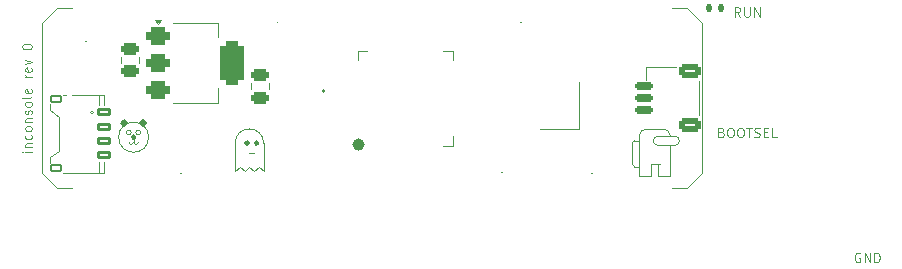
<source format=gto>
%TF.GenerationSoftware,KiCad,Pcbnew,9.0.1*%
%TF.CreationDate,2025-10-13T15:59:10-06:00*%
%TF.ProjectId,inconsole,696e636f-6e73-46f6-9c65-2e6b69636164,rev?*%
%TF.SameCoordinates,Original*%
%TF.FileFunction,Legend,Top*%
%TF.FilePolarity,Positive*%
%FSLAX46Y46*%
G04 Gerber Fmt 4.6, Leading zero omitted, Abs format (unit mm)*
G04 Created by KiCad (PCBNEW 9.0.1) date 2025-10-13 15:59:10*
%MOMM*%
%LPD*%
G01*
G04 APERTURE LIST*
G04 Aperture macros list*
%AMRoundRect*
0 Rectangle with rounded corners*
0 $1 Rounding radius*
0 $2 $3 $4 $5 $6 $7 $8 $9 X,Y pos of 4 corners*
0 Add a 4 corners polygon primitive as box body*
4,1,4,$2,$3,$4,$5,$6,$7,$8,$9,$2,$3,0*
0 Add four circle primitives for the rounded corners*
1,1,$1+$1,$2,$3*
1,1,$1+$1,$4,$5*
1,1,$1+$1,$6,$7*
1,1,$1+$1,$8,$9*
0 Add four rect primitives between the rounded corners*
20,1,$1+$1,$2,$3,$4,$5,0*
20,1,$1+$1,$4,$5,$6,$7,0*
20,1,$1+$1,$6,$7,$8,$9,0*
20,1,$1+$1,$8,$9,$2,$3,0*%
G04 Aperture macros list end*
%ADD10C,0.250000*%
%ADD11C,0.100000*%
%ADD12C,0.332843*%
%ADD13C,0.120000*%
%ADD14C,0.120711*%
%ADD15C,0.191421*%
%ADD16C,0.528353*%
%ADD17R,1.050000X2.000000*%
%ADD18R,0.560000X0.620000*%
%ADD19R,1.200000X1.400000*%
%ADD20RoundRect,0.250000X0.475000X-0.250000X0.475000X0.250000X-0.475000X0.250000X-0.475000X-0.250000X0*%
%ADD21R,1.000000X0.300000*%
%ADD22R,1.300000X2.000000*%
%ADD23R,0.620000X0.560000*%
%ADD24RoundRect,0.250000X-0.475000X0.250000X-0.475000X-0.250000X0.475000X-0.250000X0.475000X0.250000X0*%
%ADD25R,0.203200X0.863600*%
%ADD26R,0.863600X0.203200*%
%ADD27R,1.700000X0.700000*%
%ADD28RoundRect,0.100000X-0.400000X0.250000X-0.400000X-0.250000X0.400000X-0.250000X0.400000X0.250000X0*%
%ADD29RoundRect,0.125000X-0.475000X0.250000X-0.475000X-0.250000X0.475000X-0.250000X0.475000X0.250000X0*%
%ADD30C,0.600000*%
%ADD31R,0.200000X0.875000*%
%ADD32R,0.875000X0.200000*%
%ADD33R,3.400000X3.400000*%
%ADD34R,1.700000X1.700000*%
%ADD35RoundRect,0.375000X-0.625000X-0.375000X0.625000X-0.375000X0.625000X0.375000X-0.625000X0.375000X0*%
%ADD36RoundRect,0.500000X-0.500000X-1.400000X0.500000X-1.400000X0.500000X1.400000X-0.500000X1.400000X0*%
%ADD37RoundRect,0.135000X0.135000X0.185000X-0.135000X0.185000X-0.135000X-0.185000X0.135000X-0.185000X0*%
%ADD38RoundRect,0.150000X0.625000X-0.150000X0.625000X0.150000X-0.625000X0.150000X-0.625000X-0.150000X0*%
%ADD39RoundRect,0.250000X0.650000X-0.350000X0.650000X0.350000X-0.650000X0.350000X-0.650000X-0.350000X0*%
%ADD40C,1.600000*%
G04 APERTURE END LIST*
D10*
X80255000Y-125220000D02*
G75*
G02*
X80005000Y-125220000I-125000J0D01*
G01*
X80005000Y-125220000D02*
G75*
G02*
X80255000Y-125220000I125000J0D01*
G01*
D11*
X73660000Y-114300000D02*
X72390000Y-115570000D01*
X124530000Y-125920000D02*
G75*
G02*
X124530000Y-125120000I0J400000D01*
G01*
X73660000Y-129540000D02*
X74930000Y-129540000D01*
X122930000Y-125120000D02*
G75*
G02*
X123530000Y-124520000I600000J0D01*
G01*
X123930000Y-127520000D02*
X124730000Y-127520000D01*
X124530000Y-125920000D02*
X125930000Y-125920000D01*
X127000000Y-114300000D02*
X125730000Y-114300000D01*
X128270000Y-128270000D02*
X128270000Y-115570000D01*
D10*
X90655000Y-125720000D02*
G75*
G02*
X90405000Y-125720000I-125000J0D01*
G01*
X90405000Y-125720000D02*
G75*
G02*
X90655000Y-125720000I125000J0D01*
G01*
D11*
X127000000Y-129540000D02*
X128270000Y-128270000D01*
X122930000Y-125120000D02*
X122930000Y-128520000D01*
X89130000Y-127720000D02*
X88730000Y-128120000D01*
X91130000Y-128120000D02*
X90730000Y-127720000D01*
X73660000Y-114300000D02*
X74930000Y-114300000D01*
X90330000Y-128120000D02*
X89930000Y-127720000D01*
X89930000Y-126520000D02*
X90330000Y-126520000D01*
X88730000Y-125720000D02*
X88730000Y-128120000D01*
X123530000Y-124520000D02*
X124929999Y-124520000D01*
X125730000Y-129540000D02*
X127000000Y-129540000D01*
X123930000Y-128520000D02*
X123930000Y-127520000D01*
D12*
X81096421Y-124020000D02*
G75*
G02*
X80763579Y-124020000I-166421J0D01*
G01*
X80763579Y-124020000D02*
G75*
G02*
X81096421Y-124020000I166421J0D01*
G01*
D10*
X89855000Y-125720000D02*
G75*
G02*
X89605000Y-125720000I-125000J0D01*
G01*
X89605000Y-125720000D02*
G75*
G02*
X89855000Y-125720000I125000J0D01*
G01*
D11*
X122530000Y-127720000D02*
G75*
G02*
X122330000Y-127520000I0J200000D01*
G01*
X124964315Y-124520000D02*
G75*
G02*
X125564300Y-125119999I-15J-600000D01*
G01*
D12*
X79496421Y-124020000D02*
G75*
G02*
X79163579Y-124020000I-166421J0D01*
G01*
X79163579Y-124020000D02*
G75*
G02*
X79496421Y-124020000I166421J0D01*
G01*
D11*
X125930000Y-125120000D02*
G75*
G02*
X125930000Y-125920000I0J-400000D01*
G01*
X122930000Y-128520000D02*
X123930000Y-128520000D01*
X88730000Y-125720000D02*
G75*
G02*
X91130000Y-125720000I1200000J0D01*
G01*
X80130000Y-125620000D02*
G75*
G02*
X79730000Y-125620000I-200000J0D01*
G01*
X125530000Y-125920000D02*
X125530000Y-128520000D01*
X122930000Y-125520000D02*
X122530000Y-125520000D01*
X122930000Y-127720000D02*
X122530000Y-127720000D01*
X72390000Y-128270000D02*
X73660000Y-129540000D01*
X90730000Y-127720000D02*
X90330000Y-128120000D01*
X125530000Y-128520000D02*
X124530000Y-128520000D01*
X91130000Y-125720000D02*
X91130000Y-128120000D01*
X89930000Y-127720000D02*
X89530000Y-128120000D01*
X80530000Y-125620000D02*
G75*
G02*
X80130000Y-125620000I-200000J0D01*
G01*
X124530000Y-125120000D02*
X125930000Y-125120000D01*
X122330000Y-125720000D02*
X122330000Y-127520000D01*
X79930000Y-124820000D02*
G75*
G02*
X79530000Y-124820000I-200000J0D01*
G01*
X79530000Y-124820000D02*
G75*
G02*
X79930000Y-124820000I200000J0D01*
G01*
X81400000Y-125220000D02*
G75*
G02*
X78860000Y-125220000I-1270000J0D01*
G01*
X78860000Y-125220000D02*
G75*
G02*
X81400000Y-125220000I1270000J0D01*
G01*
X122330000Y-125720000D02*
G75*
G02*
X122530000Y-125520000I200000J0D01*
G01*
X72390000Y-115570000D02*
X72390000Y-128270000D01*
X89530000Y-128120000D02*
X89130000Y-127720000D01*
X128270000Y-115570000D02*
X127000000Y-114300000D01*
X124530000Y-128520000D02*
X124530000Y-127520000D01*
X80130000Y-125420000D02*
X80130000Y-125620000D01*
X80730000Y-124820000D02*
G75*
G02*
X80330000Y-124820000I-200000J0D01*
G01*
X80330000Y-124820000D02*
G75*
G02*
X80730000Y-124820000I200000J0D01*
G01*
X71484895Y-126472381D02*
X70951561Y-126472381D01*
X70684895Y-126472381D02*
X70722990Y-126510477D01*
X70722990Y-126510477D02*
X70761085Y-126472381D01*
X70761085Y-126472381D02*
X70722990Y-126434286D01*
X70722990Y-126434286D02*
X70684895Y-126472381D01*
X70684895Y-126472381D02*
X70761085Y-126472381D01*
X70951561Y-126091429D02*
X71484895Y-126091429D01*
X71027752Y-126091429D02*
X70989657Y-126053334D01*
X70989657Y-126053334D02*
X70951561Y-125977144D01*
X70951561Y-125977144D02*
X70951561Y-125862858D01*
X70951561Y-125862858D02*
X70989657Y-125786667D01*
X70989657Y-125786667D02*
X71065847Y-125748572D01*
X71065847Y-125748572D02*
X71484895Y-125748572D01*
X71446800Y-125024762D02*
X71484895Y-125100953D01*
X71484895Y-125100953D02*
X71484895Y-125253334D01*
X71484895Y-125253334D02*
X71446800Y-125329524D01*
X71446800Y-125329524D02*
X71408704Y-125367619D01*
X71408704Y-125367619D02*
X71332514Y-125405715D01*
X71332514Y-125405715D02*
X71103942Y-125405715D01*
X71103942Y-125405715D02*
X71027752Y-125367619D01*
X71027752Y-125367619D02*
X70989657Y-125329524D01*
X70989657Y-125329524D02*
X70951561Y-125253334D01*
X70951561Y-125253334D02*
X70951561Y-125100953D01*
X70951561Y-125100953D02*
X70989657Y-125024762D01*
X71484895Y-124567620D02*
X71446800Y-124643810D01*
X71446800Y-124643810D02*
X71408704Y-124681905D01*
X71408704Y-124681905D02*
X71332514Y-124720001D01*
X71332514Y-124720001D02*
X71103942Y-124720001D01*
X71103942Y-124720001D02*
X71027752Y-124681905D01*
X71027752Y-124681905D02*
X70989657Y-124643810D01*
X70989657Y-124643810D02*
X70951561Y-124567620D01*
X70951561Y-124567620D02*
X70951561Y-124453334D01*
X70951561Y-124453334D02*
X70989657Y-124377143D01*
X70989657Y-124377143D02*
X71027752Y-124339048D01*
X71027752Y-124339048D02*
X71103942Y-124300953D01*
X71103942Y-124300953D02*
X71332514Y-124300953D01*
X71332514Y-124300953D02*
X71408704Y-124339048D01*
X71408704Y-124339048D02*
X71446800Y-124377143D01*
X71446800Y-124377143D02*
X71484895Y-124453334D01*
X71484895Y-124453334D02*
X71484895Y-124567620D01*
X70951561Y-123958095D02*
X71484895Y-123958095D01*
X71027752Y-123958095D02*
X70989657Y-123920000D01*
X70989657Y-123920000D02*
X70951561Y-123843810D01*
X70951561Y-123843810D02*
X70951561Y-123729524D01*
X70951561Y-123729524D02*
X70989657Y-123653333D01*
X70989657Y-123653333D02*
X71065847Y-123615238D01*
X71065847Y-123615238D02*
X71484895Y-123615238D01*
X71446800Y-123272381D02*
X71484895Y-123196190D01*
X71484895Y-123196190D02*
X71484895Y-123043809D01*
X71484895Y-123043809D02*
X71446800Y-122967619D01*
X71446800Y-122967619D02*
X71370609Y-122929523D01*
X71370609Y-122929523D02*
X71332514Y-122929523D01*
X71332514Y-122929523D02*
X71256323Y-122967619D01*
X71256323Y-122967619D02*
X71218228Y-123043809D01*
X71218228Y-123043809D02*
X71218228Y-123158095D01*
X71218228Y-123158095D02*
X71180133Y-123234285D01*
X71180133Y-123234285D02*
X71103942Y-123272381D01*
X71103942Y-123272381D02*
X71065847Y-123272381D01*
X71065847Y-123272381D02*
X70989657Y-123234285D01*
X70989657Y-123234285D02*
X70951561Y-123158095D01*
X70951561Y-123158095D02*
X70951561Y-123043809D01*
X70951561Y-123043809D02*
X70989657Y-122967619D01*
X71484895Y-122472381D02*
X71446800Y-122548571D01*
X71446800Y-122548571D02*
X71408704Y-122586666D01*
X71408704Y-122586666D02*
X71332514Y-122624762D01*
X71332514Y-122624762D02*
X71103942Y-122624762D01*
X71103942Y-122624762D02*
X71027752Y-122586666D01*
X71027752Y-122586666D02*
X70989657Y-122548571D01*
X70989657Y-122548571D02*
X70951561Y-122472381D01*
X70951561Y-122472381D02*
X70951561Y-122358095D01*
X70951561Y-122358095D02*
X70989657Y-122281904D01*
X70989657Y-122281904D02*
X71027752Y-122243809D01*
X71027752Y-122243809D02*
X71103942Y-122205714D01*
X71103942Y-122205714D02*
X71332514Y-122205714D01*
X71332514Y-122205714D02*
X71408704Y-122243809D01*
X71408704Y-122243809D02*
X71446800Y-122281904D01*
X71446800Y-122281904D02*
X71484895Y-122358095D01*
X71484895Y-122358095D02*
X71484895Y-122472381D01*
X71484895Y-121748571D02*
X71446800Y-121824761D01*
X71446800Y-121824761D02*
X71370609Y-121862856D01*
X71370609Y-121862856D02*
X70684895Y-121862856D01*
X71446800Y-121139046D02*
X71484895Y-121215237D01*
X71484895Y-121215237D02*
X71484895Y-121367618D01*
X71484895Y-121367618D02*
X71446800Y-121443808D01*
X71446800Y-121443808D02*
X71370609Y-121481904D01*
X71370609Y-121481904D02*
X71065847Y-121481904D01*
X71065847Y-121481904D02*
X70989657Y-121443808D01*
X70989657Y-121443808D02*
X70951561Y-121367618D01*
X70951561Y-121367618D02*
X70951561Y-121215237D01*
X70951561Y-121215237D02*
X70989657Y-121139046D01*
X70989657Y-121139046D02*
X71065847Y-121100951D01*
X71065847Y-121100951D02*
X71142038Y-121100951D01*
X71142038Y-121100951D02*
X71218228Y-121481904D01*
X71484895Y-120148570D02*
X70951561Y-120148570D01*
X71103942Y-120148570D02*
X71027752Y-120110475D01*
X71027752Y-120110475D02*
X70989657Y-120072380D01*
X70989657Y-120072380D02*
X70951561Y-119996189D01*
X70951561Y-119996189D02*
X70951561Y-119919999D01*
X71446800Y-119348570D02*
X71484895Y-119424761D01*
X71484895Y-119424761D02*
X71484895Y-119577142D01*
X71484895Y-119577142D02*
X71446800Y-119653332D01*
X71446800Y-119653332D02*
X71370609Y-119691428D01*
X71370609Y-119691428D02*
X71065847Y-119691428D01*
X71065847Y-119691428D02*
X70989657Y-119653332D01*
X70989657Y-119653332D02*
X70951561Y-119577142D01*
X70951561Y-119577142D02*
X70951561Y-119424761D01*
X70951561Y-119424761D02*
X70989657Y-119348570D01*
X70989657Y-119348570D02*
X71065847Y-119310475D01*
X71065847Y-119310475D02*
X71142038Y-119310475D01*
X71142038Y-119310475D02*
X71218228Y-119691428D01*
X70951561Y-119043809D02*
X71484895Y-118853333D01*
X71484895Y-118853333D02*
X70951561Y-118662856D01*
X70684895Y-117596189D02*
X70684895Y-117519999D01*
X70684895Y-117519999D02*
X70722990Y-117443808D01*
X70722990Y-117443808D02*
X70761085Y-117405713D01*
X70761085Y-117405713D02*
X70837276Y-117367618D01*
X70837276Y-117367618D02*
X70989657Y-117329523D01*
X70989657Y-117329523D02*
X71180133Y-117329523D01*
X71180133Y-117329523D02*
X71332514Y-117367618D01*
X71332514Y-117367618D02*
X71408704Y-117405713D01*
X71408704Y-117405713D02*
X71446800Y-117443808D01*
X71446800Y-117443808D02*
X71484895Y-117519999D01*
X71484895Y-117519999D02*
X71484895Y-117596189D01*
X71484895Y-117596189D02*
X71446800Y-117672380D01*
X71446800Y-117672380D02*
X71408704Y-117710475D01*
X71408704Y-117710475D02*
X71332514Y-117748570D01*
X71332514Y-117748570D02*
X71180133Y-117786666D01*
X71180133Y-117786666D02*
X70989657Y-117786666D01*
X70989657Y-117786666D02*
X70837276Y-117748570D01*
X70837276Y-117748570D02*
X70761085Y-117710475D01*
X70761085Y-117710475D02*
X70722990Y-117672380D01*
X70722990Y-117672380D02*
X70684895Y-117596189D01*
X131489524Y-115016895D02*
X131222857Y-114635942D01*
X131032381Y-115016895D02*
X131032381Y-114216895D01*
X131032381Y-114216895D02*
X131337143Y-114216895D01*
X131337143Y-114216895D02*
X131413333Y-114254990D01*
X131413333Y-114254990D02*
X131451428Y-114293085D01*
X131451428Y-114293085D02*
X131489524Y-114369276D01*
X131489524Y-114369276D02*
X131489524Y-114483561D01*
X131489524Y-114483561D02*
X131451428Y-114559752D01*
X131451428Y-114559752D02*
X131413333Y-114597847D01*
X131413333Y-114597847D02*
X131337143Y-114635942D01*
X131337143Y-114635942D02*
X131032381Y-114635942D01*
X131832381Y-114216895D02*
X131832381Y-114864514D01*
X131832381Y-114864514D02*
X131870476Y-114940704D01*
X131870476Y-114940704D02*
X131908571Y-114978800D01*
X131908571Y-114978800D02*
X131984762Y-115016895D01*
X131984762Y-115016895D02*
X132137143Y-115016895D01*
X132137143Y-115016895D02*
X132213333Y-114978800D01*
X132213333Y-114978800D02*
X132251428Y-114940704D01*
X132251428Y-114940704D02*
X132289524Y-114864514D01*
X132289524Y-114864514D02*
X132289524Y-114216895D01*
X132670476Y-115016895D02*
X132670476Y-114216895D01*
X132670476Y-114216895D02*
X133127619Y-115016895D01*
X133127619Y-115016895D02*
X133127619Y-114216895D01*
X141630476Y-135024990D02*
X141554286Y-134986895D01*
X141554286Y-134986895D02*
X141440000Y-134986895D01*
X141440000Y-134986895D02*
X141325714Y-135024990D01*
X141325714Y-135024990D02*
X141249524Y-135101180D01*
X141249524Y-135101180D02*
X141211429Y-135177371D01*
X141211429Y-135177371D02*
X141173333Y-135329752D01*
X141173333Y-135329752D02*
X141173333Y-135444038D01*
X141173333Y-135444038D02*
X141211429Y-135596419D01*
X141211429Y-135596419D02*
X141249524Y-135672609D01*
X141249524Y-135672609D02*
X141325714Y-135748800D01*
X141325714Y-135748800D02*
X141440000Y-135786895D01*
X141440000Y-135786895D02*
X141516191Y-135786895D01*
X141516191Y-135786895D02*
X141630476Y-135748800D01*
X141630476Y-135748800D02*
X141668572Y-135710704D01*
X141668572Y-135710704D02*
X141668572Y-135444038D01*
X141668572Y-135444038D02*
X141516191Y-135444038D01*
X142011429Y-135786895D02*
X142011429Y-134986895D01*
X142011429Y-134986895D02*
X142468572Y-135786895D01*
X142468572Y-135786895D02*
X142468572Y-134986895D01*
X142849524Y-135786895D02*
X142849524Y-134986895D01*
X142849524Y-134986895D02*
X143040000Y-134986895D01*
X143040000Y-134986895D02*
X143154286Y-135024990D01*
X143154286Y-135024990D02*
X143230476Y-135101180D01*
X143230476Y-135101180D02*
X143268571Y-135177371D01*
X143268571Y-135177371D02*
X143306667Y-135329752D01*
X143306667Y-135329752D02*
X143306667Y-135444038D01*
X143306667Y-135444038D02*
X143268571Y-135596419D01*
X143268571Y-135596419D02*
X143230476Y-135672609D01*
X143230476Y-135672609D02*
X143154286Y-135748800D01*
X143154286Y-135748800D02*
X143040000Y-135786895D01*
X143040000Y-135786895D02*
X142849524Y-135786895D01*
X129907618Y-124797847D02*
X130021904Y-124835942D01*
X130021904Y-124835942D02*
X130059999Y-124874038D01*
X130059999Y-124874038D02*
X130098095Y-124950228D01*
X130098095Y-124950228D02*
X130098095Y-125064514D01*
X130098095Y-125064514D02*
X130059999Y-125140704D01*
X130059999Y-125140704D02*
X130021904Y-125178800D01*
X130021904Y-125178800D02*
X129945714Y-125216895D01*
X129945714Y-125216895D02*
X129640952Y-125216895D01*
X129640952Y-125216895D02*
X129640952Y-124416895D01*
X129640952Y-124416895D02*
X129907618Y-124416895D01*
X129907618Y-124416895D02*
X129983809Y-124454990D01*
X129983809Y-124454990D02*
X130021904Y-124493085D01*
X130021904Y-124493085D02*
X130059999Y-124569276D01*
X130059999Y-124569276D02*
X130059999Y-124645466D01*
X130059999Y-124645466D02*
X130021904Y-124721657D01*
X130021904Y-124721657D02*
X129983809Y-124759752D01*
X129983809Y-124759752D02*
X129907618Y-124797847D01*
X129907618Y-124797847D02*
X129640952Y-124797847D01*
X130593333Y-124416895D02*
X130745714Y-124416895D01*
X130745714Y-124416895D02*
X130821904Y-124454990D01*
X130821904Y-124454990D02*
X130898095Y-124531180D01*
X130898095Y-124531180D02*
X130936190Y-124683561D01*
X130936190Y-124683561D02*
X130936190Y-124950228D01*
X130936190Y-124950228D02*
X130898095Y-125102609D01*
X130898095Y-125102609D02*
X130821904Y-125178800D01*
X130821904Y-125178800D02*
X130745714Y-125216895D01*
X130745714Y-125216895D02*
X130593333Y-125216895D01*
X130593333Y-125216895D02*
X130517142Y-125178800D01*
X130517142Y-125178800D02*
X130440952Y-125102609D01*
X130440952Y-125102609D02*
X130402856Y-124950228D01*
X130402856Y-124950228D02*
X130402856Y-124683561D01*
X130402856Y-124683561D02*
X130440952Y-124531180D01*
X130440952Y-124531180D02*
X130517142Y-124454990D01*
X130517142Y-124454990D02*
X130593333Y-124416895D01*
X131431428Y-124416895D02*
X131583809Y-124416895D01*
X131583809Y-124416895D02*
X131659999Y-124454990D01*
X131659999Y-124454990D02*
X131736190Y-124531180D01*
X131736190Y-124531180D02*
X131774285Y-124683561D01*
X131774285Y-124683561D02*
X131774285Y-124950228D01*
X131774285Y-124950228D02*
X131736190Y-125102609D01*
X131736190Y-125102609D02*
X131659999Y-125178800D01*
X131659999Y-125178800D02*
X131583809Y-125216895D01*
X131583809Y-125216895D02*
X131431428Y-125216895D01*
X131431428Y-125216895D02*
X131355237Y-125178800D01*
X131355237Y-125178800D02*
X131279047Y-125102609D01*
X131279047Y-125102609D02*
X131240951Y-124950228D01*
X131240951Y-124950228D02*
X131240951Y-124683561D01*
X131240951Y-124683561D02*
X131279047Y-124531180D01*
X131279047Y-124531180D02*
X131355237Y-124454990D01*
X131355237Y-124454990D02*
X131431428Y-124416895D01*
X132002856Y-124416895D02*
X132459999Y-124416895D01*
X132231427Y-125216895D02*
X132231427Y-124416895D01*
X132688570Y-125178800D02*
X132802856Y-125216895D01*
X132802856Y-125216895D02*
X132993332Y-125216895D01*
X132993332Y-125216895D02*
X133069523Y-125178800D01*
X133069523Y-125178800D02*
X133107618Y-125140704D01*
X133107618Y-125140704D02*
X133145713Y-125064514D01*
X133145713Y-125064514D02*
X133145713Y-124988323D01*
X133145713Y-124988323D02*
X133107618Y-124912133D01*
X133107618Y-124912133D02*
X133069523Y-124874038D01*
X133069523Y-124874038D02*
X132993332Y-124835942D01*
X132993332Y-124835942D02*
X132840951Y-124797847D01*
X132840951Y-124797847D02*
X132764761Y-124759752D01*
X132764761Y-124759752D02*
X132726666Y-124721657D01*
X132726666Y-124721657D02*
X132688570Y-124645466D01*
X132688570Y-124645466D02*
X132688570Y-124569276D01*
X132688570Y-124569276D02*
X132726666Y-124493085D01*
X132726666Y-124493085D02*
X132764761Y-124454990D01*
X132764761Y-124454990D02*
X132840951Y-124416895D01*
X132840951Y-124416895D02*
X133031428Y-124416895D01*
X133031428Y-124416895D02*
X133145713Y-124454990D01*
X133488571Y-124797847D02*
X133755237Y-124797847D01*
X133869523Y-125216895D02*
X133488571Y-125216895D01*
X133488571Y-125216895D02*
X133488571Y-124416895D01*
X133488571Y-124416895D02*
X133869523Y-124416895D01*
X134593333Y-125216895D02*
X134212381Y-125216895D01*
X134212381Y-125216895D02*
X134212381Y-124416895D01*
D13*
%TO.C,Y1*%
X114520000Y-124520000D02*
X117820000Y-124520000D01*
X117820000Y-124520000D02*
X117820000Y-120520000D01*
%TO.C,C1*%
X79095000Y-118931252D02*
X79095000Y-118408748D01*
X80565000Y-118931252D02*
X80565000Y-118408748D01*
%TO.C,C19*%
X90095000Y-120658748D02*
X90095000Y-121181252D01*
X91565000Y-120658748D02*
X91565000Y-121181252D01*
%TO.C,U2*%
D14*
X76190355Y-117132500D02*
G75*
G02*
X76069645Y-117132500I-60355J0D01*
G01*
X76069645Y-117132500D02*
G75*
G02*
X76190355Y-117132500I60355J0D01*
G01*
%TO.C,U5*%
X84190356Y-128294700D02*
G75*
G02*
X84069646Y-128294700I-60355J0D01*
G01*
X84069646Y-128294700D02*
G75*
G02*
X84190356Y-128294700I60355J0D01*
G01*
%TO.C,L1*%
D15*
X96315710Y-121320000D02*
G75*
G02*
X96124290Y-121320000I-95710J0D01*
G01*
X96124290Y-121320000D02*
G75*
G02*
X96315710Y-121320000I95710J0D01*
G01*
%TO.C,U6*%
D14*
X111390355Y-128220000D02*
G75*
G02*
X111269645Y-128220000I-60355J0D01*
G01*
X111269645Y-128220000D02*
G75*
G02*
X111390355Y-128220000I60355J0D01*
G01*
%TO.C,U7*%
X120190355Y-115720000D02*
G75*
G02*
X120069645Y-115720000I-60355J0D01*
G01*
X120069645Y-115720000D02*
G75*
G02*
X120190355Y-115720000I60355J0D01*
G01*
D13*
%TO.C,J1*%
X73080000Y-122920000D02*
X73080000Y-122420000D01*
X73080000Y-126920000D02*
X73080000Y-127420000D01*
X73080000Y-126920000D02*
X73780000Y-126370000D01*
X73780000Y-123470000D02*
X73080000Y-122920000D01*
X73780000Y-126370000D02*
X73780000Y-123470000D01*
X77180000Y-122520000D02*
X77180000Y-121620000D01*
X77180000Y-128220000D02*
X77180000Y-127320000D01*
X77580000Y-121620000D02*
X74180000Y-121620000D01*
X77580000Y-121620000D02*
X77580000Y-122520000D01*
X77580000Y-127320000D02*
X77580000Y-128220000D01*
X77580000Y-128220000D02*
X74180000Y-128220000D01*
X76762842Y-123120000D02*
G75*
G02*
X76480000Y-123120000I-141421J0D01*
G01*
X76480000Y-123120000D02*
G75*
G02*
X76762842Y-123120000I141421J0D01*
G01*
%TO.C,U8*%
X99105000Y-117895000D02*
X99930000Y-117895000D01*
X99105000Y-118720000D02*
X99105000Y-117895000D01*
X107155000Y-117895000D02*
X106330000Y-117895000D01*
X107155000Y-118720000D02*
X107155000Y-117895000D01*
X107155000Y-125120000D02*
X107155000Y-125945000D01*
X107155000Y-125945000D02*
X106330000Y-125945000D01*
D16*
X99431776Y-125842752D02*
G75*
G02*
X98903424Y-125842752I-264176J0D01*
G01*
X98903424Y-125842752D02*
G75*
G02*
X99431776Y-125842752I264176J0D01*
G01*
%TO.C,U9*%
D14*
X92390355Y-115545300D02*
G75*
G02*
X92269645Y-115545300I-60355J0D01*
G01*
X92269645Y-115545300D02*
G75*
G02*
X92390355Y-115545300I60355J0D01*
G01*
D13*
%TO.C,U11*%
X83480000Y-115510000D02*
X87240000Y-115510000D01*
X83480000Y-122330000D02*
X87240000Y-122330000D01*
X87240000Y-115510000D02*
X87240000Y-116770000D01*
X87240000Y-122330000D02*
X87240000Y-121070000D01*
X82200000Y-115610000D02*
X81960000Y-115280000D01*
X82440000Y-115280000D01*
X82200000Y-115610000D01*
G36*
X82200000Y-115610000D02*
G01*
X81960000Y-115280000D01*
X82440000Y-115280000D01*
X82200000Y-115610000D01*
G37*
%TO.C,U3*%
D14*
X112990355Y-115520000D02*
G75*
G02*
X112869645Y-115520000I-60355J0D01*
G01*
X112869645Y-115520000D02*
G75*
G02*
X112990355Y-115520000I60355J0D01*
G01*
D13*
%TO.C,J4*%
X123545000Y-119310000D02*
X123545000Y-120360000D01*
X126045000Y-119310000D02*
X123545000Y-119310000D01*
X128015000Y-123360000D02*
X128015000Y-120480000D01*
%TO.C,U4*%
D14*
X118990355Y-128320000D02*
G75*
G02*
X118869645Y-128320000I-60355J0D01*
G01*
X118869645Y-128320000D02*
G75*
G02*
X118990355Y-128320000I60355J0D01*
G01*
%TD*%
%LPC*%
D17*
%TO.C,SW2*%
X129855000Y-116840000D03*
X134305000Y-116840000D03*
%TD*%
%TO.C,SW1*%
X129855000Y-127000000D03*
X134305000Y-127000000D03*
%TD*%
D18*
%TO.C,R7*%
X94650000Y-123120000D03*
X95610000Y-123120000D03*
%TD*%
%TO.C,R2*%
X111050000Y-122320000D03*
X112010000Y-122320000D03*
%TD*%
D19*
%TO.C,Y1*%
X117020000Y-123620000D03*
X117020000Y-121420000D03*
X115320000Y-121420000D03*
X115320000Y-123620000D03*
%TD*%
D20*
%TO.C,C1*%
X79830000Y-119620000D03*
X79830000Y-117720000D03*
%TD*%
D21*
%TO.C,J2*%
X146140000Y-131670001D03*
X146140000Y-131170002D03*
X146140000Y-130670000D03*
X146140000Y-130170001D03*
X146140000Y-129670000D03*
X146140000Y-129170001D03*
X146140000Y-128670002D03*
X146140000Y-128170000D03*
X146140000Y-127670001D03*
X146140000Y-127170002D03*
X146140000Y-126670001D03*
X146140000Y-126170002D03*
X146140000Y-125670000D03*
X146140000Y-125170001D03*
X146140000Y-124670002D03*
X146140000Y-124170001D03*
X146140000Y-123670002D03*
X146140000Y-123170000D03*
X146140000Y-122670001D03*
X146140000Y-122170002D03*
X146140000Y-121670000D03*
X146140000Y-121170002D03*
X146140000Y-120670000D03*
X146140000Y-120170001D03*
X146140000Y-119670002D03*
X146140000Y-119170000D03*
X146140000Y-118670001D03*
X146140000Y-118170000D03*
X146140000Y-117670001D03*
X146140000Y-117170002D03*
X146140000Y-116670000D03*
X146140000Y-116170001D03*
X146140000Y-115670000D03*
X146140000Y-115170001D03*
X146140000Y-114670002D03*
X146140000Y-114170000D03*
X146140000Y-113670001D03*
X146140000Y-113170000D03*
X146140000Y-112670001D03*
X146140000Y-112170002D03*
D22*
X148839999Y-133969981D03*
X148839999Y-109870019D03*
%TD*%
D23*
%TO.C,C10*%
X77530000Y-118100000D03*
X77530000Y-117140000D03*
%TD*%
D24*
%TO.C,C19*%
X90830000Y-119970000D03*
X90830000Y-121870000D03*
%TD*%
D25*
%TO.C,U2*%
X76130001Y-117957800D03*
X75729999Y-117957800D03*
X75330000Y-117957800D03*
X74930001Y-117957800D03*
X74529999Y-117957800D03*
D26*
X74402900Y-118732500D03*
D25*
X74529999Y-119507200D03*
X74930001Y-119507200D03*
X75330000Y-119507200D03*
X75729999Y-119507200D03*
X76130001Y-119507200D03*
D26*
X76257100Y-118732500D03*
%TD*%
D23*
%TO.C,C21*%
X113370000Y-121800000D03*
X113370000Y-120840000D03*
%TD*%
%TO.C,C3*%
X121530000Y-116800000D03*
X121530000Y-115840000D03*
%TD*%
%TO.C,C17*%
X102930000Y-116650000D03*
X102930000Y-115690000D03*
%TD*%
D25*
%TO.C,U5*%
X84130000Y-127469400D03*
X84530002Y-127469400D03*
X84930001Y-127469400D03*
X85330000Y-127469400D03*
X85730002Y-127469400D03*
D26*
X85857101Y-126694700D03*
D25*
X85730002Y-125920000D03*
X85330000Y-125920000D03*
X84930001Y-125920000D03*
X84530002Y-125920000D03*
X84130000Y-125920000D03*
D26*
X84002901Y-126694700D03*
%TD*%
D27*
%TO.C,L1*%
X95620000Y-120620000D03*
X95620000Y-119220000D03*
%TD*%
D25*
%TO.C,U6*%
X111329999Y-127394700D03*
X111730001Y-127394700D03*
X112130000Y-127394700D03*
X112529999Y-127394700D03*
X112930001Y-127394700D03*
D26*
X113057100Y-126620000D03*
D25*
X112930001Y-125845300D03*
X112529999Y-125845300D03*
X112130000Y-125845300D03*
X111730001Y-125845300D03*
X111329999Y-125845300D03*
D26*
X111202900Y-126620000D03*
%TD*%
D18*
%TO.C,C28*%
X105850000Y-127520000D03*
X106810000Y-127520000D03*
%TD*%
D25*
%TO.C,U7*%
X120130001Y-116545300D03*
X119729999Y-116545300D03*
X119330000Y-116545300D03*
X118930001Y-116545300D03*
X118529999Y-116545300D03*
D26*
X118402900Y-117320000D03*
D25*
X118529999Y-118094700D03*
X118930001Y-118094700D03*
X119330000Y-118094700D03*
X119729999Y-118094700D03*
X120130001Y-118094700D03*
D26*
X120257100Y-117320000D03*
%TD*%
D28*
%TO.C,J1*%
X73580000Y-121970000D03*
D29*
X77580000Y-123120000D03*
X77580000Y-124320000D03*
X77580000Y-125520000D03*
X77580000Y-126720000D03*
D28*
X73580000Y-127870000D03*
D30*
X74780000Y-121920000D03*
X74780000Y-122720000D03*
X74080000Y-122720000D03*
X73380000Y-122720000D03*
X74780000Y-127120000D03*
X74080000Y-127120000D03*
X74780000Y-127870000D03*
%TD*%
D18*
%TO.C,R6*%
X129580000Y-129520000D03*
X130540000Y-129520000D03*
%TD*%
%TO.C,C24*%
X109150000Y-121720000D03*
X110110000Y-121720000D03*
%TD*%
%TO.C,C6*%
X117410000Y-127320000D03*
X116450000Y-127320000D03*
%TD*%
D31*
%TO.C,U8*%
X100330000Y-125357500D03*
X100730000Y-125357500D03*
X101130000Y-125357500D03*
X101530000Y-125357500D03*
X101930000Y-125357500D03*
X102330000Y-125357500D03*
X102730000Y-125357500D03*
X103130000Y-125357500D03*
X103530000Y-125357500D03*
X103930000Y-125357500D03*
X104330000Y-125357500D03*
X104730000Y-125357500D03*
X105130000Y-125357500D03*
X105530000Y-125357500D03*
X105930000Y-125357500D03*
D32*
X106567500Y-124720000D03*
X106567500Y-124320000D03*
X106567500Y-123920000D03*
X106567500Y-123520000D03*
X106567500Y-123120000D03*
X106567500Y-122720000D03*
X106567500Y-122320000D03*
X106567500Y-121920000D03*
X106567500Y-121520000D03*
X106567500Y-121120000D03*
X106567500Y-120720000D03*
X106567500Y-120320000D03*
X106567500Y-119920000D03*
X106567500Y-119520000D03*
X106567500Y-119120000D03*
D31*
X105930000Y-118482500D03*
X105530000Y-118482500D03*
X105130000Y-118482500D03*
X104730000Y-118482500D03*
X104330000Y-118482500D03*
X103930000Y-118482500D03*
X103530000Y-118482500D03*
X103130000Y-118482500D03*
X102730000Y-118482500D03*
X102330000Y-118482500D03*
X101930000Y-118482500D03*
X101530000Y-118482500D03*
X101130000Y-118482500D03*
X100730000Y-118482500D03*
X100330000Y-118482500D03*
D32*
X99692500Y-119120000D03*
X99692500Y-119520000D03*
X99692500Y-119920000D03*
X99692500Y-120320000D03*
X99692500Y-120720000D03*
X99692500Y-121120000D03*
X99692500Y-121520000D03*
X99692500Y-121920000D03*
X99692500Y-122320000D03*
X99692500Y-122720000D03*
X99692500Y-123120000D03*
X99692500Y-123520000D03*
X99692500Y-123920000D03*
X99692500Y-124320000D03*
X99692500Y-124720000D03*
D30*
X102280000Y-122770000D03*
X103130000Y-122770000D03*
X103980000Y-122770000D03*
X102280000Y-121920000D03*
X103130000Y-121920000D03*
D33*
X103130000Y-121920000D03*
D30*
X103980000Y-121920000D03*
X102280000Y-121070000D03*
X103130000Y-121070000D03*
X103980000Y-121070000D03*
%TD*%
D23*
%TO.C,C15*%
X121530000Y-117840000D03*
X121530000Y-118800000D03*
%TD*%
D18*
%TO.C,R8*%
X94650000Y-122120000D03*
X95610000Y-122120000D03*
%TD*%
D23*
%TO.C,C11*%
X114330000Y-116600000D03*
X114330000Y-115640000D03*
%TD*%
D34*
%TO.C,J3*%
X142240000Y-137160000D03*
%TD*%
D18*
%TO.C,C32*%
X98010000Y-125320000D03*
X97050000Y-125320000D03*
%TD*%
D23*
%TO.C,C22*%
X97105000Y-120400000D03*
X97105000Y-119440000D03*
%TD*%
%TO.C,C31*%
X98030000Y-120400000D03*
X98030000Y-119440000D03*
%TD*%
D25*
%TO.C,U9*%
X92330001Y-116370600D03*
X91929999Y-116370600D03*
X91530000Y-116370600D03*
X91130001Y-116370600D03*
X90729999Y-116370600D03*
D26*
X90602900Y-117145300D03*
D25*
X90729999Y-117920000D03*
X91130001Y-117920000D03*
X91530000Y-117920000D03*
X91929999Y-117920000D03*
X92330001Y-117920000D03*
D26*
X92457100Y-117145300D03*
%TD*%
D18*
%TO.C,C12*%
X109910000Y-126720000D03*
X108950000Y-126720000D03*
%TD*%
D35*
%TO.C,U11*%
X82180000Y-116620000D03*
X82180000Y-118920000D03*
D36*
X88480000Y-118920000D03*
D35*
X82180000Y-121220000D03*
%TD*%
D23*
%TO.C,C7*%
X114330000Y-117640000D03*
X114330000Y-118600000D03*
%TD*%
%TO.C,C20*%
X113370000Y-123340000D03*
X113370000Y-124300000D03*
%TD*%
%TO.C,C26*%
X103930000Y-116650000D03*
X103930000Y-115690000D03*
%TD*%
D18*
%TO.C,C4*%
X93550000Y-116220000D03*
X94510000Y-116220000D03*
%TD*%
%TO.C,R1*%
X96250000Y-117420000D03*
X95290000Y-117420000D03*
%TD*%
%TO.C,C5*%
X117410000Y-126320000D03*
X116450000Y-126320000D03*
%TD*%
%TO.C,C16*%
X97190000Y-117420000D03*
X98150000Y-117420000D03*
%TD*%
D23*
%TO.C,C13*%
X94230000Y-118100000D03*
X94230000Y-117140000D03*
%TD*%
D18*
%TO.C,C14*%
X109610000Y-127720000D03*
X108650000Y-127720000D03*
%TD*%
D23*
%TO.C,C9*%
X82730000Y-126200000D03*
X82730000Y-125240000D03*
%TD*%
D18*
%TO.C,C30*%
X97510000Y-124120000D03*
X96550000Y-124120000D03*
%TD*%
%TO.C,C8*%
X83010000Y-127920000D03*
X82050000Y-127920000D03*
%TD*%
%TO.C,C27*%
X108150000Y-117820000D03*
X109110000Y-117820000D03*
%TD*%
D25*
%TO.C,U3*%
X112930001Y-116345300D03*
X112529999Y-116345300D03*
X112130000Y-116345300D03*
X111730001Y-116345300D03*
X111329999Y-116345300D03*
D26*
X111202900Y-117120000D03*
D25*
X111329999Y-117894700D03*
X111730001Y-117894700D03*
X112130000Y-117894700D03*
X112529999Y-117894700D03*
X112930001Y-117894700D03*
D26*
X113057100Y-117120000D03*
%TD*%
D37*
%TO.C,R4*%
X129840000Y-114320000D03*
X128820000Y-114320000D03*
%TD*%
D18*
%TO.C,C18*%
X108550000Y-123320000D03*
X109510000Y-123320000D03*
%TD*%
D23*
%TO.C,C2*%
X77530000Y-119240000D03*
X77530000Y-120200000D03*
%TD*%
D38*
%TO.C,J4*%
X123330000Y-122920000D03*
X123330000Y-121920000D03*
X123330000Y-120920000D03*
D39*
X127205000Y-124220000D03*
X127205000Y-119620000D03*
%TD*%
D18*
%TO.C,C29*%
X100010000Y-116820000D03*
X99050000Y-116820000D03*
%TD*%
%TO.C,C25*%
X102210000Y-127770000D03*
X101250000Y-127770000D03*
%TD*%
D25*
%TO.C,U4*%
X118929999Y-127494700D03*
X119330001Y-127494700D03*
X119730000Y-127494700D03*
X120129999Y-127494700D03*
X120530001Y-127494700D03*
D26*
X120657100Y-126720000D03*
D25*
X120530001Y-125945300D03*
X120129999Y-125945300D03*
X119730000Y-125945300D03*
X119330001Y-125945300D03*
X118929999Y-125945300D03*
D26*
X118802900Y-126720000D03*
%TD*%
D40*
%TO.C,U1*%
X76199999Y-114300000D03*
X78739999Y-114300000D03*
X81279999Y-114300000D03*
X83819999Y-114300000D03*
X86359999Y-114300000D03*
X88899999Y-114300000D03*
X91439999Y-114300000D03*
X93979999Y-114300000D03*
X96519999Y-114300000D03*
X99059999Y-114300000D03*
X101599999Y-114300000D03*
X104139999Y-114300000D03*
X106679999Y-114300000D03*
X109219999Y-114300000D03*
X111759999Y-114300000D03*
X114299999Y-114300000D03*
X116839999Y-114300000D03*
X119379999Y-114300000D03*
X121919999Y-114300000D03*
X124459999Y-114300000D03*
X124459999Y-129540000D03*
X121919999Y-129540000D03*
X119379999Y-129540000D03*
X116839999Y-129540000D03*
X114299999Y-129540000D03*
X111759999Y-129540000D03*
X109219999Y-129540000D03*
X106679999Y-129540000D03*
X104139999Y-129540000D03*
X101599999Y-129540000D03*
X99059999Y-129540000D03*
X96519999Y-129540000D03*
X93979999Y-129540000D03*
X91439999Y-129540000D03*
X88899999Y-129540000D03*
X86359999Y-129540000D03*
X83819999Y-129540000D03*
X81279999Y-129540000D03*
X78739999Y-129540000D03*
X76199999Y-129540000D03*
%TD*%
%LPD*%
M02*

</source>
